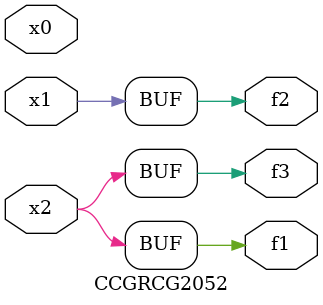
<source format=v>
module CCGRCG2052(
	input x0, x1, x2,
	output f1, f2, f3
);
	assign f1 = x2;
	assign f2 = x1;
	assign f3 = x2;
endmodule

</source>
